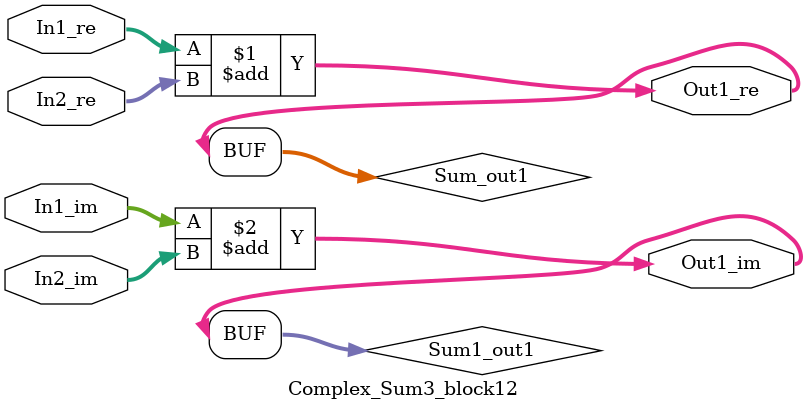
<source format=v>



`timescale 1 ns / 1 ns

module Complex_Sum3_block12
          (In1_re,
           In1_im,
           In2_re,
           In2_im,
           Out1_re,
           Out1_im);


  input   signed [36:0] In1_re;  // sfix37_En22
  input   signed [36:0] In1_im;  // sfix37_En22
  input   signed [36:0] In2_re;  // sfix37_En22
  input   signed [36:0] In2_im;  // sfix37_En22
  output  signed [36:0] Out1_re;  // sfix37_En22
  output  signed [36:0] Out1_im;  // sfix37_En22


  wire signed [36:0] Sum_out1;  // sfix37_En22
  wire signed [36:0] Sum1_out1;  // sfix37_En22


  assign Sum_out1 = In1_re + In2_re;



  assign Out1_re = Sum_out1;

  assign Sum1_out1 = In1_im + In2_im;



  assign Out1_im = Sum1_out1;

endmodule  // Complex_Sum3_block12


</source>
